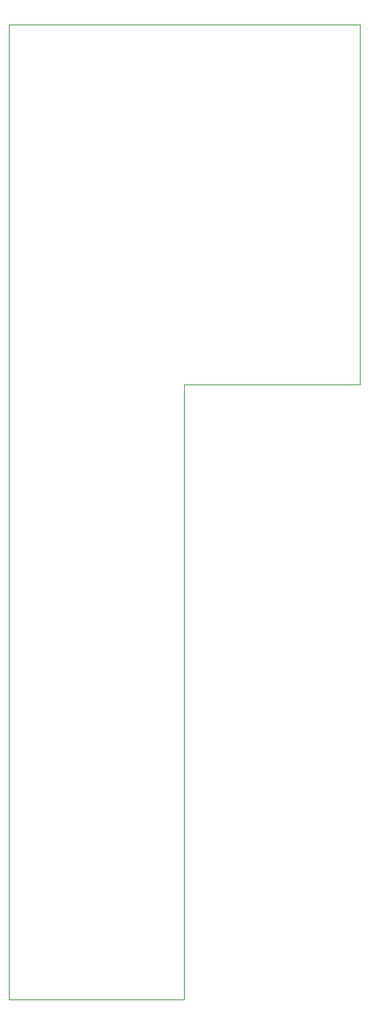
<source format=gbr>
%TF.GenerationSoftware,KiCad,Pcbnew,7.0.6*%
%TF.CreationDate,2023-07-31T04:45:07-07:00*%
%TF.ProjectId,LED_Wled,4c45445f-576c-4656-942e-6b696361645f,rev?*%
%TF.SameCoordinates,Original*%
%TF.FileFunction,Profile,NP*%
%FSLAX46Y46*%
G04 Gerber Fmt 4.6, Leading zero omitted, Abs format (unit mm)*
G04 Created by KiCad (PCBNEW 7.0.6) date 2023-07-31 04:45:07*
%MOMM*%
%LPD*%
G01*
G04 APERTURE LIST*
%TA.AperFunction,Profile*%
%ADD10C,0.050000*%
%TD*%
G04 APERTURE END LIST*
D10*
X210000000Y-85000000D02*
X230000000Y-85000000D01*
X230000000Y-85000000D02*
X230000000Y-44000000D01*
X230000000Y-44000000D02*
X190000000Y-43992800D01*
X210000000Y-155000000D02*
X210000000Y-85000000D01*
X190000000Y-44000000D02*
X190000000Y-155000000D01*
X190000000Y-155000000D02*
X210000000Y-155000000D01*
M02*

</source>
